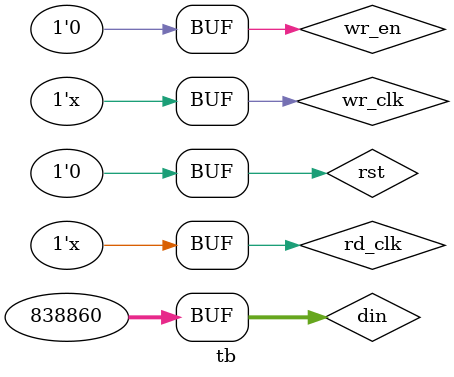
<source format=v>
module tb();
    
    reg rst, wr_clk, rd_clk, wr_en, rd_en;
    reg [31:0] din;

    wire full, empty, valid;
    wire [255:0] dout;
    wire [9:0] wr_count;
    wire [6:0] rd_count;
    wire wr_rst_busy, rd_rst_busy;

    always #5 wr_clk = ~wr_clk; // 100M
    always #10 rd_clk = ~rd_clk; // 10M

    initial begin
        wr_clk = 1;
        rd_clk = 1;
        rst = 1;
        
        #5 // so inputs change @ negedge, clearer

        #200 rst = 0;
        
        #300 din = 32'h000fffff;
            wr_en = 1;

        #10 din = 32'h000eeeee;
        #10 din = 32'h000ddddd;
        #10 din = 32'h000ccccc;

        #500 wr_en = 0;
    end

    top DUT(
        .rst(rst),
        .wr_clk(wr_clk),
        .rd_clk(rd_clk),
        .din(din),
        .wr_en(wr_en),
        .rd_en(rd_en),
        .dout(dout),
        .full(full),
        .empty(empty),
        .valid(valid),
        .rd_count(rd_count),
        .wr_count(wr_count),
        .wr_rst_busy(wr_rst_busy),
        .rd_rst_busy(rd_rst_busy)
    );

endmodule
</source>
